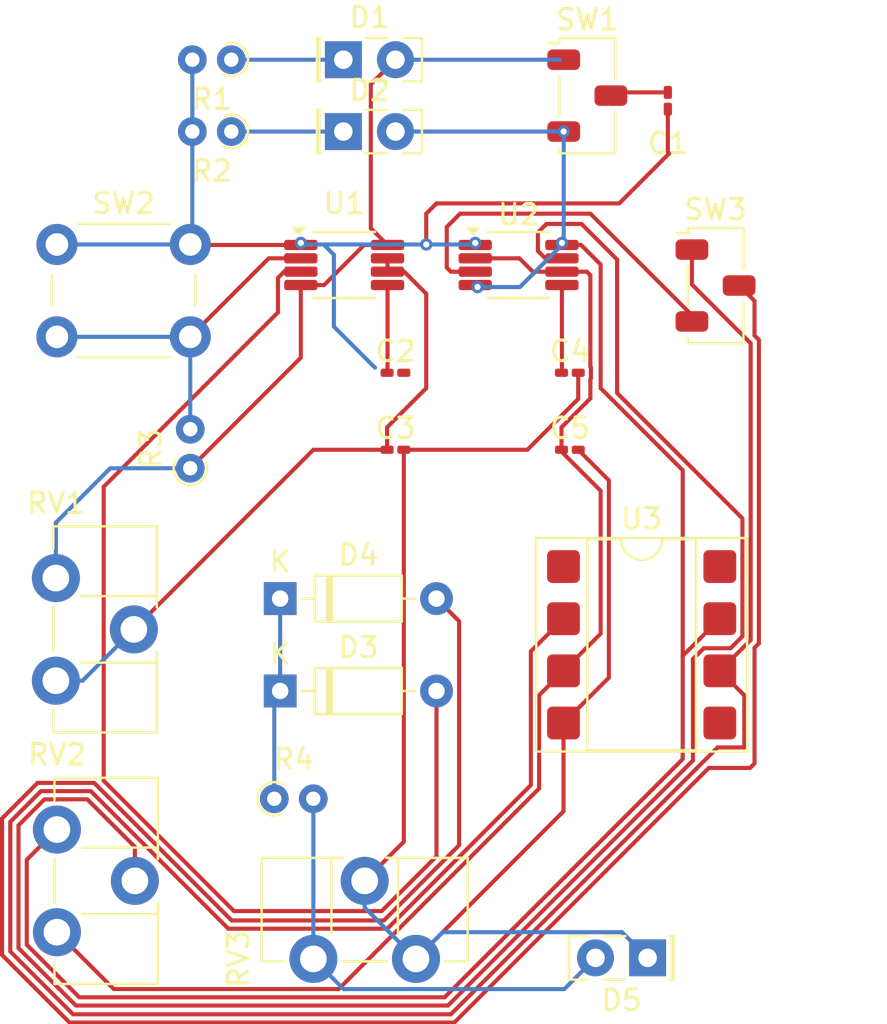
<source format=kicad_pcb>
(kicad_pcb (version 20241229) (generator "pcbnew") (generator_version "9.0")
  (layers (0 "F.Cu" signal) (2 "B.Cu" signal) (13 "F.Paste" user) (15 "B.Paste" user) (5 "F.SilkS" user "F.Silkscreen") (7 "B.SilkS" user "B.Silkscreen") (1 "F.Mask" user) (3 "B.Mask" user) (25 "Edge.Cuts" user))
  (net 0 "")
  (net 1 "+5V")
  (net 2 "GND")
  (net 3 "Net-(U1-CV)")
  (net 4 "Net-(U1-DIS)")
  (net 5 "Net-(U2-CV)")
  (net 6 "/TRIG_Ast")
  (net 7 "/PWR_Mono")
  (net 8 "Net-(D1-K)")
  (net 9 "/PWR_Ast")
  (net 10 "Net-(D2-K)")
  (net 11 "Net-(D3-K)")
  (net 12 "/OUT_Mono")
  (net 13 "/OUT_Ast")
  (net 14 "/Output")
  (net 15 "Net-(U1-TR)")
  (net 16 "Net-(U2-DIS)")
  (net 17 "/Q_Ast")
  (net 18 "Net-(SW3-C)")
  (footprint "Button_Switch_SMD:Nidec_Copal_CAS-120A" (layer "F.Cu") (at 143.074025 86.25)
    (property "Reference" "SW1" (at 0 -3.7 0) (layer "F.SilkS"))
    (property "Value" "SW_Nidec_CAS-120A1")
    (fp_line (start -1.36 -2.81) (end 1.36 -2.81) (stroke (width 0.12)) (layer "F.SilkS"))
    (fp_line (start -1.36 -2.55) (end -1.9 -2.55) (stroke (width 0.12)) (layer "F.SilkS"))
    (fp_line (start -1.36 -2.55) (end -1.36 -2.8) (stroke (width 0.12)) (layer "F.SilkS"))
    (fp_line (start -1.36 -0.98) (end -1.36 0.98) (stroke (width 0.12)) (layer "F.SilkS"))
    (fp_line (start -1.36 2.81) (end -1.36 2.55) (stroke (width 0.12)) (layer "F.SilkS"))
    (fp_line (start 1.35 2.81) (end -1.35 2.81) (stroke (width 0.12)) (layer "F.SilkS"))
    (fp_line (start 1.36 -2.81) (end 1.36 -0.8) (stroke (width 0.12)) (layer "F.SilkS"))
    (fp_line (start 1.36 0.8) (end 1.36 2.81) (stroke (width 0.12)) (layer "F.SilkS"))
    (pad "1" smd roundrect (at -1.15 -1.75 270) (size 1 1.6) (layers "F.Cu" "F.Mask" "F.Paste") (net 7 "/PWR_Mono"))
    (pad "2" smd roundrect (at 1.15 0 270) (size 1 1.6) (layers "F.Cu" "F.Mask" "F.Paste") (net 1 "+5V"))
    (pad "3" smd roundrect (at -1.15 1.75 270) (size 1 1.6) (layers "F.Cu" "F.Mask" "F.Paste") (net 9 "/PWR_Ast"))
  )
  (footprint "Potentiometer_THT:Potentiometer_ACP_CA9-H3,8_Horizontal" (layer "F.Cu") (at 117.224025 122)
    (property "Reference" "RV2" (at 0 -3.65 0) (layer "F.SilkS"))
    (property "Value" "10k")
    (fp_line (start -0.121 -2.521) (end -0.121 -1.426) (stroke (width 0.12)) (layer "F.SilkS"))
    (fp_line (start -0.121 -2.521) (end 4.92 -2.521) (stroke (width 0.12)) (layer "F.SilkS"))
    (fp_line (start -0.121 1.426) (end -0.121 3.575) (stroke (width 0.12)) (layer "F.SilkS"))
    (fp_line (start -0.121 1.426) (end -0.121 3.575) (stroke (width 0.12)) (layer "F.SilkS"))
    (fp_line (start -0.121 6.425) (end -0.121 7.52) (stroke (width 0.12)) (layer "F.SilkS"))
    (fp_line (start -0.121 7.52) (end 4.92 7.52) (stroke (width 0.12)) (layer "F.SilkS"))
    (fp_line (start 1.237 0.88) (end 4.92 0.88) (stroke (width 0.12)) (layer "F.SilkS"))
    (fp_line (start 1.237 4.12) (end 4.92 4.12) (stroke (width 0.12)) (layer "F.SilkS"))
    (fp_line (start 4.92 -2.521) (end 4.92 1.428) (stroke (width 0.12)) (layer "F.SilkS"))
    (fp_line (start 4.92 0.88) (end 4.92 1.428) (stroke (width 0.12)) (layer "F.SilkS"))
    (fp_line (start 4.92 3.573) (end 4.92 4.12) (stroke (width 0.12)) (layer "F.SilkS"))
    (fp_line (start 4.92 3.573) (end 4.92 7.52) (stroke (width 0.12)) (layer "F.SilkS"))
    (pad "1" thru_hole circle (at 0 0) (size 2.34 2.34) (drill 1.3) (layers "*.Cu" "*.Mask") (net 9 "/PWR_Ast"))
    (pad "2" thru_hole circle (at 3.8 2.5) (size 2.34 2.34) (drill 1.3) (layers "*.Cu" "*.Mask") (net 16 "Net-(U2-DIS)"))
    (pad "3" thru_hole circle (at 0 5) (size 2.34 2.34) (drill 1.3) (layers "*.Cu" "*.Mask") (net 6 "/TRIG_Ast"))
  )
  (footprint "Package_DIP:DIP-8_W7.62mm_SMDSocket_SmallPads" (layer "F.Cu") (at 145.724025 113)
    (property "Reference" "U3" (at 0 -6.14 0) (layer "F.SilkS"))
    (property "Value" "LF356")
    (fp_line (start -2.65 -5.14) (end -2.65 5.14) (stroke (width 0.12)) (layer "F.SilkS"))
    (fp_line (start -2.65 5.14) (end 2.65 5.14) (stroke (width 0.12)) (layer "F.SilkS"))
    (fp_line (start -1 -5.14) (end -2.65 -5.14) (stroke (width 0.12)) (layer "F.SilkS"))
    (fp_line (start 2.65 -5.14) (end 1 -5.14) (stroke (width 0.12)) (layer "F.SilkS"))
    (fp_line (start 2.65 5.14) (end 2.65 -5.14) (stroke (width 0.12)) (layer "F.SilkS"))
    (fp_rect (start -5.14 -5.2) (end 5.14 5.2) (stroke (width 0.12)) (fill no) (layer "F.SilkS"))
    (fp_arc (start 1 -5.14) (mid 0 -4.14) (end -1 -5.14) (stroke (width 0.12)) (layer "F.SilkS"))
    (pad "1" smd roundrect (at -3.81 -3.81) (size 1.6 1.6) (layers "F.Cu" "F.Mask" "F.Paste") (roundrect_rratio 0.15625))
    (pad "2" smd roundrect (at -3.81 -1.27) (size 1.6 1.6) (layers "F.Cu" "F.Mask" "F.Paste") (roundrect_rratio 0.15625) (net 18 "Net-(SW3-C)"))
    (pad "3" smd roundrect (at -3.81 1.27) (size 1.6 1.6) (layers "F.Cu" "F.Mask" "F.Paste") (roundrect_rratio 0.15625) (net 6 "/TRIG_Ast"))
    (pad "4" smd roundrect (at -3.81 3.81) (size 1.6 1.6) (layers "F.Cu" "F.Mask" "F.Paste") (roundrect_rratio 0.15625) (net 2 "GND"))
    (pad "5" smd roundrect (at 3.81 3.81) (size 1.6 1.6) (layers "F.Cu" "F.Mask" "F.Paste") (roundrect_rratio 0.15625))
    (pad "6" smd roundrect (at 3.81 1.27) (size 1.6 1.6) (layers "F.Cu" "F.Mask" "F.Paste") (roundrect_rratio 0.15625) (net 18 "Net-(SW3-C)"))
    (pad "7" smd roundrect (at 3.81 -1.27) (size 1.6 1.6) (layers "F.Cu" "F.Mask" "F.Paste") (roundrect_rratio 0.15625) (net 9 "/PWR_Ast"))
    (pad "8" smd roundrect (at 3.81 -3.81) (size 1.6 1.6) (layers "F.Cu" "F.Mask" "F.Paste") (roundrect_rratio 0.15625))
  )
  (footprint "Diode_THT:D_DO-35_SOD27_P7.62mm_Horizontal" (layer "F.Cu") (at 128.104025 115.25)
    (property "Reference" "D3" (at 3.81 -2.12 0) (layer "F.SilkS"))
    (property "Value" "1N4148")
    (fp_line (start 1.04 0) (end 1.69 0) (stroke (width 0.12)) (layer "F.SilkS"))
    (fp_line (start 1.69 -1.12) (end 1.69 1.12) (stroke (width 0.12)) (layer "F.SilkS"))
    (fp_line (start 1.69 1.12) (end 5.93 1.12) (stroke (width 0.12)) (layer "F.SilkS"))
    (fp_line (start 2.29 -1.12) (end 2.29 1.12) (stroke (width 0.12)) (layer "F.SilkS"))
    (fp_line (start 2.41 -1.12) (end 2.41 1.12) (stroke (width 0.12)) (layer "F.SilkS"))
    (fp_line (start 2.53 -1.12) (end 2.53 1.12) (stroke (width 0.12)) (layer "F.SilkS"))
    (fp_line (start 5.93 -1.12) (end 1.69 -1.12) (stroke (width 0.12)) (layer "F.SilkS"))
    (fp_line (start 5.93 1.12) (end 5.93 -1.12) (stroke (width 0.12)) (layer "F.SilkS"))
    (fp_line (start 6.58 0) (end 5.93 0) (stroke (width 0.12)) (layer "F.SilkS"))
    (fp_text user "K" (at 0 -1.8 0) (layer "F.SilkS"))
    (pad "1" thru_hole rect (at 0 0) (size 1.6 1.6) (drill 0.8) (layers "*.Cu" "*.Mask") (net 11 "Net-(D3-K)"))
    (pad "2" thru_hole oval (at 7.62 0) (size 1.6 1.6) (drill 0.8) (layers "*.Cu" "*.Mask") (net 12 "/OUT_Mono"))
  )
  (footprint "Button_Switch_SMD:Nidec_Copal_CAS-120A" (layer "F.Cu") (at 149.324025 95.5)
    (property "Reference" "SW3" (at 0 -3.7 0) (layer "F.SilkS"))
    (property "Value" "SW_Nidec_CAS-120A1")
    (fp_line (start -1.36 -2.81) (end 1.36 -2.81) (stroke (width 0.12)) (layer "F.SilkS"))
    (fp_line (start -1.36 -2.55) (end -1.9 -2.55) (stroke (width 0.12)) (layer "F.SilkS"))
    (fp_line (start -1.36 -2.55) (end -1.36 -2.8) (stroke (width 0.12)) (layer "F.SilkS"))
    (fp_line (start -1.36 -0.98) (end -1.36 0.98) (stroke (width 0.12)) (layer "F.SilkS"))
    (fp_line (start -1.36 2.81) (end -1.36 2.55) (stroke (width 0.12)) (layer "F.SilkS"))
    (fp_line (start 1.35 2.81) (end -1.35 2.81) (stroke (width 0.12)) (layer "F.SilkS"))
    (fp_line (start 1.36 -2.81) (end 1.36 -0.8) (stroke (width 0.12)) (layer "F.SilkS"))
    (fp_line (start 1.36 0.8) (end 1.36 2.81) (stroke (width 0.12)) (layer "F.SilkS"))
    (pad "1" smd roundrect (at -1.15 -1.75 270) (size 1 1.6) (layers "F.Cu" "F.Mask" "F.Paste") (net 18 "Net-(SW3-C)"))
    (pad "2" smd roundrect (at 1.15 0 270) (size 1 1.6) (layers "F.Cu" "F.Mask" "F.Paste") (net 13 "/OUT_Ast"))
    (pad "3" smd roundrect (at -1.15 1.75 270) (size 1 1.6) (layers "F.Cu" "F.Mask" "F.Paste") (net 17 "/Q_Ast"))
  )
  (footprint "Diode_THT:D_DO-35_SOD27_P7.62mm_Horizontal" (layer "F.Cu") (at 128.104025 110.75)
    (property "Reference" "D4" (at 3.81 -2.12 0) (layer "F.SilkS"))
    (property "Value" "1N4148")
    (fp_line (start 1.04 0) (end 1.69 0) (stroke (width 0.12)) (layer "F.SilkS"))
    (fp_line (start 1.69 -1.12) (end 1.69 1.12) (stroke (width 0.12)) (layer "F.SilkS"))
    (fp_line (start 1.69 1.12) (end 5.93 1.12) (stroke (width 0.12)) (layer "F.SilkS"))
    (fp_line (start 2.29 -1.12) (end 2.29 1.12) (stroke (width 0.12)) (layer "F.SilkS"))
    (fp_line (start 2.41 -1.12) (end 2.41 1.12) (stroke (width 0.12)) (layer "F.SilkS"))
    (fp_line (start 2.53 -1.12) (end 2.53 1.12) (stroke (width 0.12)) (layer "F.SilkS"))
    (fp_line (start 5.93 -1.12) (end 1.69 -1.12) (stroke (width 0.12)) (layer "F.SilkS"))
    (fp_line (start 5.93 1.12) (end 5.93 -1.12) (stroke (width 0.12)) (layer "F.SilkS"))
    (fp_line (start 6.58 0) (end 5.93 0) (stroke (width 0.12)) (layer "F.SilkS"))
    (fp_text user "K" (at 0 -1.8 0) (layer "F.SilkS"))
    (pad "1" thru_hole rect (at 0 0) (size 1.6 1.6) (drill 0.8) (layers "*.Cu" "*.Mask") (net 11 "Net-(D3-K)"))
    (pad "2" thru_hole oval (at 7.62 0) (size 1.6 1.6) (drill 0.8) (layers "*.Cu" "*.Mask") (net 13 "/OUT_Ast"))
  )
  (footprint "Package_SO:VSSOP-8_3x3mm_P0.65mm" (layer "F.Cu") (at 139.724025 94.5)
    (property "Reference" "U2" (at 0 -2.45 0) (layer "F.SilkS"))
    (property "Value" "LMC555xMM")
    (fp_line (start 0 -1.61) (end -1.5 -1.61) (stroke (width 0.12)) (layer "F.SilkS"))
    (fp_line (start 0 -1.61) (end 1.5 -1.61) (stroke (width 0.12)) (layer "F.SilkS"))
    (fp_line (start 0 1.61) (end -1.5 1.61) (stroke (width 0.12)) (layer "F.SilkS"))
    (fp_line (start 0 1.61) (end 1.5 1.61) (stroke (width 0.12)) (layer "F.SilkS"))
    (fp_poly (pts (xy -2.2125 -1.485) (xy -2.4525 -1.815) (xy -1.9725 -1.815) (xy -2.2125 -1.485)) (stroke (width 0.12)) (fill yes) (layer "F.SilkS"))
    (pad "1" smd roundrect (at -2.1125 -0.975) (size 1.625 0.5) (layers "F.Cu" "F.Mask" "F.Paste") (net 2 "GND"))
    (pad "2" smd roundrect (at -2.1125 -0.325) (size 1.625 0.5) (layers "F.Cu" "F.Mask" "F.Paste") (net 6 "/TRIG_Ast"))
    (pad "3" smd roundrect (at -2.1125 0.325) (size 1.625 0.5) (layers "F.Cu" "F.Mask" "F.Paste") (net 17 "/Q_Ast"))
    (pad "4" smd roundrect (at -2.1125 0.975) (size 1.625 0.5) (layers "F.Cu" "F.Mask" "F.Paste") (net 9 "/PWR_Ast"))
    (pad "5" smd roundrect (at 2.1125 0.975) (size 1.625 0.5) (layers "F.Cu" "F.Mask" "F.Paste") (net 5 "Net-(U2-CV)"))
    (pad "6" smd roundrect (at 2.1125 0.325) (size 1.625 0.5) (layers "F.Cu" "F.Mask" "F.Paste") (net 6 "/TRIG_Ast"))
    (pad "7" smd roundrect (at 2.1125 -0.325) (size 1.625 0.5) (layers "F.Cu" "F.Mask" "F.Paste") (net 16 "Net-(U2-DIS)"))
    (pad "8" smd roundrect (at 2.1125 -0.975) (size 1.625 0.5) (layers "F.Cu" "F.Mask" "F.Paste") (net 9 "/PWR_Ast"))
  )
  (footprint "Resistor_THT:R_Axial_DIN0204_L3.6mm_D1.6mm_P1.90mm_Vertical" (layer "F.Cu") (at 125.724025 88 180)
    (property "Reference" "R2" (at 0.95 -1.92 0) (layer "F.SilkS"))
    (property "Value" "470")
    (fp_arc (start 0.320095 0.749359) (mid -0.813042 -0.054435) (end 0.417133 -0.7) (stroke (width 0.12)) (layer "F.SilkS"))
    (pad "1" thru_hole circle (at 0 0 180) (size 1.4 1.4) (drill 0.7) (layers "*.Cu" "*.Mask") (net 10 "Net-(D2-K)"))
    (pad "2" thru_hole oval (at 1.9 0 180) (size 1.4 1.4) (drill 0.7) (layers "*.Cu" "*.Mask") (net 2 "GND"))
  )
  (footprint "LED_THT:LED_Rectangular_W5.0mm_H2.0mm" (layer "F.Cu") (at 146.014025 128.25 180)
    (property "Reference" "D5" (at 1.27 -2.06 0) (layer "F.SilkS"))
    (property "Value" "YELLOW")
    (fp_line (start 3.83 -1.06) (end 3.83 1.06) (stroke (width 0.12)) (layer "F.SilkS"))
    (fp_line (start 2.931 1.06) (end 3.83 1.06) (stroke (width 0.12)) (layer "F.SilkS"))
    (fp_line (start 2.931 -1.06) (end 3.83 -1.06) (stroke (width 0.12)) (layer "F.SilkS"))
    (fp_line (start 1.08 1.06) (end 2.15 1.06) (stroke (width 0.12)) (layer "F.SilkS"))
    (fp_line (start 1.08 -1.06) (end 2.15 -1.06) (stroke (width 0.12)) (layer "F.SilkS"))
    (fp_line (start -1.17 -1.06) (end -1.17 1.06) (stroke (width 0.12)) (layer "F.SilkS"))
    (fp_line (start -1.29 1.06) (end -1.08 1.06) (stroke (width 0.12)) (layer "F.SilkS"))
    (fp_line (start -1.29 -1.06) (end -1.08 -1.06) (stroke (width 0.12)) (layer "F.SilkS"))
    (fp_line (start -1.29 -1.06) (end -1.29 1.06) (stroke (width 0.12)) (layer "F.SilkS"))
    (pad "1" thru_hole rect (at 0 0 180) (size 1.8 1.8) (drill 0.9) (layers "*.Cu" "*.Mask") (net 2 "GND"))
    (pad "2" thru_hole circle (at 2.54 0 180) (size 1.8 1.8) (drill 0.9) (layers "*.Cu" "*.Mask") (net 14 "/Output"))
  )
  (footprint "Capacitor_SMD:C_0201_0603Metric_Pad0.64x0.40mm_HandSolder" (layer "F.Cu") (at 142.224025 103.5)
    (property "Reference" "C5" (at 0 -1.05 0) (layer "F.SilkS"))
    (property "Value" "100uF")
    (pad "1" smd roundrect (at -0.4075 0) (size 0.635 0.4) (layers "F.Cu" "F.Mask") (net 6 "/TRIG_Ast"))
    (pad "2" smd roundrect (at 0.4075 0) (size 0.635 0.4) (layers "F.Cu" "F.Mask") (net 2 "GND"))
  )
  (footprint "LED_THT:LED_Rectangular_W5.0mm_H2.0mm" (layer "F.Cu") (at 131.184025 84.5)
    (property "Reference" "D1" (at 1.27 -2.06 0) (layer "F.SilkS"))
    (property "Value" "GREEN")
    (fp_line (start -1.29 -1.06) (end -1.29 1.06) (stroke (width 0.12)) (layer "F.SilkS"))
    (fp_line (start -1.29 -1.06) (end -1.08 -1.06) (stroke (width 0.12)) (layer "F.SilkS"))
    (fp_line (start -1.29 1.06) (end -1.08 1.06) (stroke (width 0.12)) (layer "F.SilkS"))
    (fp_line (start -1.17 -1.06) (end -1.17 1.06) (stroke (width 0.12)) (layer "F.SilkS"))
    (fp_line (start 1.08 -1.06) (end 2.15 -1.06) (stroke (width 0.12)) (layer "F.SilkS"))
    (fp_line (start 1.08 1.06) (end 2.15 1.06) (stroke (width 0.12)) (layer "F.SilkS"))
    (fp_line (start 2.931 -1.06) (end 3.83 -1.06) (stroke (width 0.12)) (layer "F.SilkS"))
    (fp_line (start 2.931 1.06) (end 3.83 1.06) (stroke (width 0.12)) (layer "F.SilkS"))
    (fp_line (start 3.83 -1.06) (end 3.83 1.06) (stroke (width 0.12)) (layer "F.SilkS"))
    (pad "1" thru_hole rect (at 0 0) (size 1.8 1.8) (drill 0.9) (layers "*.Cu" "*.Mask") (net 8 "Net-(D1-K)"))
    (pad "2" thru_hole circle (at 2.54 0) (size 1.8 1.8) (drill 0.9) (layers "*.Cu" "*.Mask") (net 7 "/PWR_Mono"))
  )
  (footprint "Resistor_THT:R_Axial_DIN0204_L3.6mm_D1.6mm_P1.90mm_Vertical" (layer "F.Cu") (at 127.819025 120.5)
    (property "Reference" "R4" (at 0.95 -1.92 0) (layer "F.SilkS"))
    (property "Value" "100")
    (fp_arc (start 0.320095 0.749359) (mid -0.813042 -0.054435) (end 0.417133 -0.7) (stroke (width 0.12)) (layer "F.SilkS"))
    (pad "1" thru_hole circle (at 0 0) (size 1.4 1.4) (drill 0.7) (layers "*.Cu" "*.Mask") (net 11 "Net-(D3-K)"))
    (pad "2" thru_hole oval (at 1.9 0) (size 1.4 1.4) (drill 0.7) (layers "*.Cu" "*.Mask") (net 14 "/Output"))
  )
  (footprint "Resistor_THT:R_Axial_DIN0204_L3.6mm_D1.6mm_P1.90mm_Vertical" (layer "F.Cu") (at 123.724025 104.4 90)
    (property "Reference" "R3" (at 0.95 -1.92 90) (layer "F.SilkS"))
    (property "Value" "10k")
    (fp_arc (start 0.320095 0.749359) (mid -0.813042 -0.054435) (end 0.417133 -0.7) (stroke (width 0.12)) (layer "F.SilkS"))
    (pad "1" thru_hole circle (at 0 0 90) (size 1.4 1.4) (drill 0.7) (layers "*.Cu" "*.Mask") (net 7 "/PWR_Mono"))
    (pad "2" thru_hole oval (at 1.9 0 90) (size 1.4 1.4) (drill 0.7) (layers "*.Cu" "*.Mask") (net 15 "Net-(U1-TR)"))
  )
  (footprint "Resistor_THT:R_Axial_DIN0204_L3.6mm_D1.6mm_P1.90mm_Vertical" (layer "F.Cu") (at 125.724025 84.5 180)
    (property "Reference" "R1" (at 0.95 -1.92 0) (layer "F.SilkS"))
    (property "Value" "470")
    (fp_arc (start 0.320095 0.749359) (mid -0.813042 -0.054435) (end 0.417133 -0.7) (stroke (width 0.12)) (layer "F.SilkS"))
    (pad "1" thru_hole circle (at 0 0 180) (size 1.4 1.4) (drill 0.7) (layers "*.Cu" "*.Mask") (net 8 "Net-(D1-K)"))
    (pad "2" thru_hole oval (at 1.9 0 180) (size 1.4 1.4) (drill 0.7) (layers "*.Cu" "*.Mask") (net 2 "GND"))
  )
  (footprint "Potentiometer_THT:Potentiometer_ACP_CA9-H3,8_Horizontal" (layer "F.Cu") (at 117.174025 109.75)
    (property "Reference" "RV1" (at 0 -3.65 0) (layer "F.SilkS"))
    (property "Value" "10k")
    (fp_line (start -0.121 -2.521) (end -0.121 -1.426) (stroke (width 0.12)) (layer "F.SilkS"))
    (fp_line (start -0.121 -2.521) (end 4.92 -2.521) (stroke (width 0.12)) (layer "F.SilkS"))
    (fp_line (start -0.121 1.426) (end -0.121 3.575) (stroke (width 0.12)) (layer "F.SilkS"))
    (fp_line (start -0.121 1.426) (end -0.121 3.575) (stroke (width 0.12)) (layer "F.SilkS"))
    (fp_line (start -0.121 6.425) (end -0.121 7.52) (stroke (width 0.12)) (layer "F.SilkS"))
    (fp_line (start -0.121 7.52) (end 4.92 7.52) (stroke (width 0.12)) (layer "F.SilkS"))
    (fp_line (start 1.237 0.88) (end 4.92 0.88) (stroke (width 0.12)) (layer "F.SilkS"))
    (fp_line (start 1.237 4.12) (end 4.92 4.12) (stroke (width 0.12)) (layer "F.SilkS"))
    (fp_line (start 4.92 -2.521) (end 4.92 1.428) (stroke (width 0.12)) (layer "F.SilkS"))
    (fp_line (start 4.92 0.88) (end 4.92 1.428) (stroke (width 0.12)) (layer "F.SilkS"))
    (fp_line (start 4.92 3.573) (end 4.92 4.12) (stroke (width 0.12)) (layer "F.SilkS"))
    (fp_line (start 4.92 3.573) (end 4.92 7.52) (stroke (width 0.12)) (layer "F.SilkS"))
    (pad "1" thru_hole circle (at 0 0) (size 2.34 2.34) (drill 1.3) (layers "*.Cu" "*.Mask") (net 7 "/PWR_Mono"))
    (pad "2" thru_hole circle (at 3.8 2.5) (size 2.34 2.34) (drill 1.3) (layers "*.Cu" "*.Mask") (net 4 "Net-(U1-DIS)"))
    (pad "3" thru_hole circle (at 0 5) (size 2.34 2.34) (drill 1.3) (layers "*.Cu" "*.Mask") (net 4 "Net-(U1-DIS)"))
  )
  (footprint "Button_Switch_THT:SW_PUSH_6mm_H5mm" (layer "F.Cu") (at 117.224025 93.5)
    (property "Reference" "SW2" (at 3.25 -2 0) (layer "F.SilkS"))
    (property "Value" "SW_Push")
    (fp_line (start -0.25 1.5) (end -0.25 3) (stroke (width 0.12)) (layer "F.SilkS"))
    (fp_line (start 1 5.5) (end 5.5 5.5) (stroke (width 0.12)) (layer "F.SilkS"))
    (fp_line (start 5.5 -1) (end 1 -1) (stroke (width 0.12)) (layer "F.SilkS"))
    (fp_line (start 6.75 3) (end 6.75 1.5) (stroke (width 0.12)) (layer "F.SilkS"))
    (pad "1" thru_hole circle (at 0 0 90) (size 2 2) (drill 1.1) (layers "*.Cu" "*.Mask") (net 2 "GND"))
    (pad "1" thru_hole circle (at 6.5 0 90) (size 2 2) (drill 1.1) (layers "*.Cu" "*.Mask") (net 2 "GND"))
    (pad "2" thru_hole circle (at 0 4.5 90) (size 2 2) (drill 1.1) (layers "*.Cu" "*.Mask") (net 15 "Net-(U1-TR)"))
    (pad "2" thru_hole circle (at 6.5 4.5 90) (size 2 2) (drill 1.1) (layers "*.Cu" "*.Mask") (net 15 "Net-(U1-TR)"))
  )
  (footprint "Potentiometer_THT:Potentiometer_ACP_CA9-H3,8_Horizontal" (layer "F.Cu") (at 129.724025 128.3 90)
    (property "Reference" "RV3" (at 0 -3.65 90) (layer "F.SilkS"))
    (property "Value" "10k")
    (fp_line (start 4.92 -2.521) (end 4.92 1.428) (stroke (width 0.12)) (layer "F.SilkS"))
    (fp_line (start -0.121 -2.521) (end 4.92 -2.521) (stroke (width 0.12)) (layer "F.SilkS"))
    (fp_line (start -0.121 -2.521) (end -0.121 -1.426) (stroke (width 0.12)) (layer "F.SilkS"))
    (fp_line (start 4.92 0.88) (end 4.92 1.428) (stroke (width 0.12)) (layer "F.SilkS"))
    (fp_line (start 1.237 0.88) (end 4.92 0.88) (stroke (width 0.12)) (layer "F.SilkS"))
    (fp_line (start -0.121 1.426) (end -0.121 3.575) (stroke (width 0.12)) (layer "F.SilkS"))
    (fp_line (start -0.121 1.426) (end -0.121 3.575) (stroke (width 0.12)) (layer "F.SilkS"))
    (fp_line (start 4.92 3.573) (end 4.92 4.12) (stroke (width 0.12)) (layer "F.SilkS"))
    (fp_line (start 4.92 3.573) (end 4.92 7.52) (stroke (width 0.12)) (layer "F.SilkS"))
    (fp_line (start 1.237 4.12) (end 4.92 4.12) (stroke (width 0.12)) (layer "F.SilkS"))
    (fp_line (start -0.121 6.425) (end -0.121 7.52) (stroke (width 0.12)) (layer "F.SilkS"))
    (fp_line (start -0.121 7.52) (end 4.92 7.52) (stroke (width 0.12)) (layer "F.SilkS"))
    (pad "1" thru_hole circle (at 0 0 90) (size 2.34 2.34) (drill 1.3) (layers "*.Cu" "*.Mask") (net 14 "/Output"))
    (pad "2" thru_hole circle (at 3.8 2.5 90) (size 2.34 2.34) (drill 1.3) (layers "*.Cu" "*.Mask") (net 2 "GND"))
    (pad "3" thru_hole circle (at 0 5 90) (size 2.34 2.34) (drill 1.3) (layers "*.Cu" "*.Mask") (net 2 "GND"))
  )
  (footprint "Capacitor_SMD:C_0201_0603Metric_Pad0.64x0.40mm_HandSolder" (layer "F.Cu") (at 142.224025 99.75)
    (property "Reference" "C4" (at 0 -1.05 0) (layer "F.SilkS"))
    (property "Value" "0.1uF")
    (pad "1" smd roundrect (at -0.4075 0) (size 0.635 0.4) (layers "F.Cu" "F.Mask") (net 5 "Net-(U2-CV)"))
    (pad "2" smd roundrect (at 0.4075 0) (size 0.635 0.4) (layers "F.Cu" "F.Mask") (net 2 "GND"))
  )
  (footprint "Package_SO:VSSOP-8_3x3mm_P0.65mm" (layer "F.Cu") (at 131.224025 94.5)
    (property "Reference" "U1" (at 0 -3 0) (layer "F.SilkS"))
    (property "Value" "LMC555xMM")
    (fp_line (start 0 -1.61) (end -1.5 -1.61) (stroke (width 0.12)) (layer "F.SilkS"))
    (fp_line (start 0 -1.61) (end 1.5 -1.61) (stroke (width 0.12)) (layer "F.SilkS"))
    (fp_line (start 0 1.61) (end -1.5 1.61) (stroke (width 0.12)) (layer "F.SilkS"))
    (fp_line (start 0 1.61) (end 1.5 1.61) (stroke (width 0.12)) (layer "F.SilkS"))
    (fp_poly (pts (xy -2.2125 -1.485) (xy -2.4525 -1.815) (xy -1.9725 -1.815) (xy -2.2125 -1.485)) (stroke (width 0.12)) (fill yes) (layer "F.SilkS"))
    (pad "1" smd roundrect (at -2.1125 -0.975) (size 1.625 0.5) (layers "F.Cu" "F.Mask" "F.Paste") (net 2 "GND"))
    (pad "2" smd roundrect (at -2.1125 -0.325) (size 1.625 0.5) (layers "F.Cu" "F.Mask" "F.Paste") (net 15 "Net-(U1-TR)"))
    (pad "3" smd roundrect (at -2.1125 0.325) (size 1.625 0.5) (layers "F.Cu" "F.Mask" "F.Paste") (net 12 "/OUT_Mono"))
    (pad "4" smd roundrect (at -2.1125 0.975) (size 1.625 0.5) (layers "F.Cu" "F.Mask" "F.Paste") (net 7 "/PWR_Mono"))
    (pad "5" smd roundrect (at 2.1125 0.975) (size 1.625 0.5) (layers "F.Cu" "F.Mask" "F.Paste") (net 3 "Net-(U1-CV)"))
    (pad "6" smd roundrect (at 2.1125 0.325) (size 1.625 0.5) (layers "F.Cu" "F.Mask" "F.Paste") (net 4 "Net-(U1-DIS)"))
    (pad "7" smd roundrect (at 2.1125 -0.325) (size 1.625 0.5) (layers "F.Cu" "F.Mask" "F.Paste") (net 4 "Net-(U1-DIS)"))
    (pad "8" smd roundrect (at 2.1125 -0.975) (size 1.625 0.5) (layers "F.Cu" "F.Mask" "F.Paste") (net 7 "/PWR_Mono"))
  )
  (footprint "Capacitor_SMD:C_0201_0603Metric_Pad0.64x0.40mm_HandSolder" (layer "F.Cu") (at 133.724025 103.5)
    (property "Reference" "C3" (at 0 -1.05 0) (layer "F.SilkS"))
    (property "Value" "100uF")
    (pad "1" smd roundrect (at -0.4075 0) (size 0.635 0.4) (layers "F.Cu" "F.Mask") (net 4 "Net-(U1-DIS)"))
    (pad "2" smd roundrect (at 0.4075 0) (size 0.635 0.4) (layers "F.Cu" "F.Mask") (net 2 "GND"))
  )
  (footprint "Capacitor_SMD:C_0201_0603Metric_Pad0.64x0.40mm_HandSolder" (layer "F.Cu") (at 147 86.5 -90)
    (property "Reference" "C1" (at 2.0675 0 180) (layer "F.SilkS"))
    (property "Value" "0.1uF")
    (pad "1" smd roundrect (at -0.4075 0 270) (size 0.635 0.4) (layers "F.Cu" "F.Mask") (net 1 "+5V"))
    (pad "2" smd roundrect (at 0.4075 0 270) (size 0.635 0.4) (layers "F.Cu" "F.Mask") (net 2 "GND"))
  )
  (footprint "Capacitor_SMD:C_0201_0603Metric_Pad0.64x0.40mm_HandSolder" (layer "F.Cu") (at 133.724025 99.75)
    (property "Reference" "C2" (at 0 -1.05 0) (layer "F.SilkS"))
    (property "Value" "0.1uF")
    (pad "1" smd roundrect (at -0.4075 0) (size 0.635 0.4) (layers "F.Cu" "F.Mask") (net 3 "Net-(U1-CV)"))
    (pad "2" smd roundrect (at 0.4075 0) (size 0.635 0.4) (layers "F.Cu" "F.Mask") (net 2 "GND"))
  )
  (footprint "LED_THT:LED_Rectangular_W5.0mm_H2.0mm" (layer "F.Cu") (at 131.184025 88)
    (property "Reference" "D2" (at 1.27 -2 0) (layer "F.SilkS"))
    (property "Value" "RED")
    (fp_line (start -1.29 -1.06) (end -1.29 1.06) (stroke (width 0.12)) (layer "F.SilkS"))
    (fp_line (start -1.29 -1.06) (end -1.08 -1.06) (stroke (width 0.12)) (layer "F.SilkS"))
    (fp_line (start -1.29 1.06) (end -1.08 1.06) (stroke (width 0.12)) (layer "F.SilkS"))
    (fp_line (start -1.17 -1.06) (end -1.17 1.06) (stroke (width 0.12)) (layer "F.SilkS"))
    (fp_line (start 1.08 -1.06) (end 2.15 -1.06) (stroke (width 0.12)) (layer "F.SilkS"))
    (fp_line (start 1.08 1.06) (end 2.15 1.06) (stroke (width 0.12)) (layer "F.SilkS"))
    (fp_line (start 2.931 -1.06) (end 3.83 -1.06) (stroke (width 0.12)) (layer "F.SilkS"))
    (fp_line (start 2.931 1.06) (end 3.83 1.06) (stroke (width 0.12)) (layer "F.SilkS"))
    (fp_line (start 3.83 -1.06) (end 3.83 1.06) (stroke (width 0.12)) (layer "F.SilkS"))
    (pad "1" thru_hole rect (at 0 0) (size 1.8 1.8) (drill 0.9) (layers "*.Cu" "*.Mask") (net 10 "Net-(D2-K)"))
    (pad "2" thru_hole circle (at 2.54 0) (size 1.8 1.8) (drill 0.9) (layers "*.Cu" "*.Mask") (net 9 "/PWR_Ast"))
  )
  (segment (start 147 86.0925) (end 144.381525 86.0925) (width 0.2) (layer "F.Cu") (net 1))
  (segment (start 144.381525 86.0925) (end 144.224025 86.25) (width 0.2) (layer "F.Cu") (net 1))
  (segment (start 129.111525 93.525) (end 123.749025 93.525) (width 0.2) (layer "F.Cu") (net 2))
  (segment (start 147 89) (end 147.065763 89.065763) (width 0.2) (layer "F.Cu") (net 2))
  (segment (start 134.131525 122.5925) (end 134.131525 103.5) (width 0.2) (layer "F.Cu") (net 2))
  (segment (start 141.914025 121.11) (end 134.724025 128.3) (width 0.2) (layer "F.Cu") (net 2))
  (segment (start 144.631525 91.5) (end 135.724025 91.5) (width 0.2) (layer "F.Cu") (net 2))
  (segment (start 132.224025 124.5) (end 134.131525 122.5925) (width 0.2) (layer "F.Cu") (net 2))
  (segment (start 141.914025 116.81) (end 144.125025 114.599) (width 0.2) (layer "F.Cu") (net 2))
  (segment (start 141.914025 116.81) (end 141.914025 121.11) (width 0.2) (layer "F.Cu") (net 2))
  (segment (start 142.631525 101.0254) (end 140.156925 103.5) (width 0.2) (layer "F.Cu") (net 2))
  (segment (start 147.065763 89.065763) (end 144.631525 91.5) (width 0.2) (layer "F.Cu") (net 2))
  (segment (start 147 86.9075) (end 147 89) (width 0.2) (layer "F.Cu") (net 2))
  (segment (start 123.749025 93.525) (end 123.724025 93.5) (width 0.2) (layer "F.Cu") (net 2))
  (segment (start 135.224025 92) (end 135.224025 93.5) (width 0.2) (layer "F.Cu") (net 2))
  (segment (start 144.125025 114.599) (end 144.125025 104.9935) (width 0.2) (layer "F.Cu") (net 2))
  (segment (start 140.156925 103.5) (end 134.131525 103.5) (width 0.2) (layer "F.Cu") (net 2))
  (segment (start 135.724025 91.5) (end 135.224025 92) (width 0.2) (layer "F.Cu") (net 2))
  (segment (start 144.125025 104.9935) (end 142.631525 103.5) (width 0.2) (layer "F.Cu") (net 2))
  (segment (start 142.631525 99.75) (end 142.631525 101.0254) (width 0.2) (layer "F.Cu") (net 2))
  (via (at 135.224025 93.5) (size 0.6) (drill 0.3) (layers "F.Cu" "B.Cu") (net 2))
  (via (at 137.611525 93.425) (size 0.6) (drill 0.3) (layers "F.Cu" "B.Cu") (net 2))
  (via (at 129.111525 93.425) (size 0.6) (drill 0.3) (layers "F.Cu" "B.Cu") (net 2))
  (segment (start 123.824025 88) (end 123.824025 93.4) (width 0.2) (layer "B.Cu") (net 2))
  (segment (start 130.274025 93.5) (end 129.186525 93.5) (width 0.2) (layer "B.Cu") (net 2))
  (segment (start 146.014025 128.25) (end 144.764025 127) (width 0.2) (layer "B.Cu") (net 2))
  (segment (start 136.024025 127) (end 134.724025 128.3) (width 0.2) (layer "B.Cu") (net 2))
  (segment (start 130.724025 97.5) (end 132.724025 99.5) (width 0.2) (layer "B.Cu") (net 2))
  (segment (start 130.724025 94) (end 130.724025 97.5) (width 0.2) (layer "B.Cu") (net 2))
  (segment (start 130.249025 93.525) (end 130.274025 93.5) (width 0.2) (layer "B.Cu") (net 2))
  (segment (start 132.224025 125.8) (end 132.224025 124.5) (width 0.2) (layer "B.Cu") (net 2))
  (segment (start 123.824025 84.5) (end 123.824025 88) (width 0.2) (layer "B.Cu") (net 2))
  (segment (start 144.764025 127) (end 136.024025 127) (width 0.2) (layer "B.Cu") (net 2))
  (segment (start 134.724025 128.3) (end 132.224025 125.8) (width 0.2) (layer "B.Cu") (net 2))
  (segment (start 123.724025 93.5) (end 117.224025 93.5) (width 0.2) (layer "B.Cu") (net 2))
  (segment (start 129.186525 93.5) (end 129.111525 93.425) (width 0.2) (layer "B.Cu") (net 2))
  (segment (start 135.224025 93.5) (end 137.536525 93.5) (width 0.2) (layer "B.Cu") (net 2))
  (segment (start 123.824025 93.4) (end 123.724025 93.5) (width 0.2) (layer "B.Cu") (net 2))
  (segment (start 130.249025 93.525) (end 130.724025 94) (width 0.2) (layer "B.Cu") (net 2))
  (segment (start 137.536525 93.5) (end 137.611525 93.425) (width 0.2) (layer "B.Cu") (net 2))
  (segment (start 130.274025 93.5) (end 135.224025 93.5) (width 0.2) (layer "B.Cu") (net 2))
  (segment (start 133.336525 99.73) (end 133.316525 99.75) (width 0.2) (layer "F.Cu") (net 3))
  (segment (start 133.336525 95.475) (end 133.336525 99.73) (width 0.2) (layer "F.Cu") (net 3))
  (segment (start 133.316525 103.5) (end 129.724025 103.5) (width 0.2) (layer "F.Cu") (net 4))
  (segment (start 135.224025 95.900001) (end 134.149024 94.825) (width 0.2) (layer "F.Cu") (net 4))
  (segment (start 133.316525 102.4075) (end 135.224025 100.5) (width 0.2) (layer "F.Cu") (net 4))
  (segment (start 133.316525 103.5) (end 133.316525 102.4075) (width 0.2) (layer "F.Cu") (net 4))
  (segment (start 134.149024 94.825) (end 133.336525 94.825) (width 0.2) (layer "F.Cu") (net 4))
  (segment (start 133.336525 94.175) (end 133.336525 94.825) (width 0.2) (layer "F.Cu") (net 4))
  (segment (start 129.724025 103.5) (end 120.974025 112.25) (width 0.2) (layer "F.Cu") (net 4))
  (segment (start 135.224025 100.5) (end 135.224025 95.900001) (width 0.2) (layer "F.Cu") (net 4))
  (segment (start 120.974025 112.25) (end 118.474025 114.75) (width 0.2) (layer "B.Cu") (net 4))
  (segment (start 118.474025 114.75) (end 117.174025 114.75) (width 0.2) (layer "B.Cu") (net 4))
  (segment (start 141.836525 95.475) (end 141.836525 99.73) (width 0.2) (layer "F.Cu") (net 5))
  (segment (start 141.836525 99.73) (end 141.816525 99.75) (width 0.2) (layer "F.Cu") (net 5))
  (segment (start 140.724025 115.46) (end 141.914025 114.27) (width 0.2) (layer "F.Cu") (net 6))
  (segment (start 119.995025 129.771) (end 130.953025 129.771) (width 0.2) (layer "F.Cu") (net 6))
  (segment (start 141.816525 103.5925) (end 143.724025 105.5) (width 0.2) (layer "F.Cu") (net 6))
  (segment (start 140.418107 94.825) (end 141.836525 94.825) (width 0.2) (layer "F.Cu") (net 6))
  (segment (start 143.049025 94.825) (end 141.836525 94.825) (width 0.2) (layer "F.Cu") (net 6))
  (segment (start 140.724025 120) (end 140.724025 115.46) (width 0.2) (layer "F.Cu") (net 6))
  (segment (start 130.953025 129.771) (end 140.724025 120) (width 0.2) (layer "F.Cu") (net 6))
  (segment (start 139.768107 94.175) (end 140.418107 94.825) (width 0.2) (layer "F.Cu") (net 6))
  (segment (start 141.816525 103.5) (end 141.816525 102.4075) (width 0.2) (layer "F.Cu") (net 6))
  (segment (start 137.611525 94.175) (end 139.768107 94.175) (width 0.2) (layer "F.Cu") (net 6))
  (segment (start 143.224025 100.04487) (end 143.250025 100.01887) (width 0.2) (layer "F.Cu") (net 6))
  (segment (start 143.224025 101) (end 143.224025 100.04487) (width 0.2) (layer "F.Cu") (net 6))
  (segment (start 143.724025 112.46) (end 141.914025 114.27) (width 0.2) (layer "F.Cu") (net 6))
  (segment (start 143.250025 100.01887) (end 143.250025 99.48113) (width 0.2) (layer "F.Cu") (net 6))
  (segment (start 117.224025 127) (end 119.995025 129.771) (width 0.2) (layer "F.Cu") (net 6))
  (segment (start 141.816525 103.5) (end 141.816525 103.5925) (width 0.2) (layer "F.Cu") (net 6))
  (segment (start 142.797625 101.4264) (end 143.032525 101.1915) (width 0.2) (layer "F.Cu") (net 6))
  (segment (start 143.224025 99.45513) (end 143.224025 95) (width 0.2) (layer "F.Cu") (net 6))
  (segment (start 141.816525 102.4075) (end 142.797625 101.4264) (width 0.2) (layer "F.Cu") (net 6))
  (segment (start 143.032525 101.1915) (end 143.224025 101) (width 0.2) (layer "F.Cu") (net 6))
  (segment (start 143.224025 95) (end 143.049025 94.825) (width 0.2) (layer "F.Cu") (net 6))
  (segment (start 143.250025 99.48113) (end 143.224025 99.45513) (width 0.2) (layer "F.Cu") (net 6))
  (segment (start 143.724025 105.5) (end 143.724025 112.46) (width 0.2) (layer "F.Cu") (net 6))
  (segment (start 129.111525 95.475) (end 130.249025 95.475) (width 0.2) (layer "F.Cu") (net 7))
  (segment (start 130.249025 95.475) (end 132.199025 93.525) (width 0.2) (layer "F.Cu") (net 7))
  (segment (start 132.523025 85.701) (end 133.724025 84.5) (width 0.2) (layer "F.Cu") (net 7))
  (segment (start 129.111525 99.0125) (end 123.724025 104.4) (width 0.2) (layer "F.Cu") (net 7))
  (segment (start 132.199025 93.525) (end 133.336525 93.525) (width 0.2) (layer "F.Cu") (net 7))
  (segment (start 129.111525 95.475) (end 129.111525 99.0125) (width 0.2) (layer "F.Cu") (net 7))
  (segment (start 133.336525 93.525) (end 132.523025 92.7115) (width 0.2) (layer "F.Cu") (net 7))
  (segment (start 132.523025 92.7115) (end 132.523025 85.701) (width 0.2) (layer "F.Cu") (net 7))
  (segment (start 117.174025 107.05) (end 117.174025 109.75) (width 0.2) (layer "B.Cu") (net 7))
  (segment (start 119.824025 104.4) (end 117.174025 107.05) (width 0.2) (layer "B.Cu") (net 7))
  (segment (start 123.724025 104.4) (end 119.824025 104.4) (width 0.2) (layer "B.Cu") (net 7))
  (segment (start 133.724025 84.5) (end 141.724025 84.5) (width 0.2) (layer "B.Cu") (net 7))
  (segment (start 131.184025 84.5) (end 125.724025 84.5) (width 0.2) (layer "B.Cu") (net 8))
  (segment (start 147.724025 113.54) (end 147.724025 104.5) (width 0.2) (layer "F.Cu") (net 9))
  (segment (start 141.836525 88.0875) (end 141.924025 88) (width 0.2) (layer "F.Cu") (net 9))
  (segment (start 147.724025 104.5) (end 143.724025 100.5) (width 0.2) (layer "F.Cu") (net 9))
  (segment (start 137.611525 95.475) (end 137.624025 95.475) (width 0.2) (layer "F.Cu") (net 9))
  (segment (start 137.624025 95.475) (end 137.724025 95.575) (width 0.2) (layer "F.Cu") (net 9))
  (segment (start 118.315716 130.172) (end 136.119125 130.172) (width 0.2) (layer "F.Cu") (net 9))
  (segment (start 141.249025 93.525) (end 141.224025 93.5) (width 0.2) (layer "F.Cu") (net 9))
  (segment (start 147.724025 118.5671) (end 147.724025 113.54) (width 0.2) (layer "F.Cu") (net 9))
  (segment (start 115.753025 123.471) (end 115.753025 127.609309) (width 0.2) (layer "F.Cu") (net 9))
  (segment (start 143.724025 100.5) (end 143.724025 94.475) (width 0.2) (layer "F.Cu") (net 9))
  (segment (start 147.724025 113.54) (end 149.534025 111.73) (width 0.2) (layer "F.Cu") (net 9))
  (segment (start 136.119125 130.172) (end 147.724025 118.5671) (width 0.2) (layer "F.Cu") (net 9))
  (segment (start 143.724025 94.475) (end 142.774025 93.525) (width 0.2) (layer "F.Cu") (net 9))
  (segment (start 141.249025 93.525) (end 141.836525 93.525) (width 0.2) (layer "F.Cu") (net 9))
  (segment (start 115.753025 127.609309) (end 118.315716 130.172) (width 0.2) (layer "F.Cu") (net 9))
  (segment (start 117.224025 122) (end 115.753025 123.471) (width 0.2) (layer "F.Cu") (net 9))
  (segment (start 142.774025 93.525) (end 141.836525 93.525) (width 0.2) (layer "F.Cu") (net 9))
  (via (at 141.836525 93.425) (size 0.6) (drill 0.3) (layers "F.Cu" "B.Cu") (net 9))
  (via (at 137.724025 95.575) (size 0.6) (drill 0.3) (layers "F.Cu" "B.Cu") (net 9))
  (via (at 141.924025 88) (size 0.6) (drill 0.3) (layers "F.Cu" "B.Cu") (net 9))
  (segment (start 141.836525 93.525) (end 139.786525 95.575) (width 0.2) (layer "B.Cu") (net 9))
  (segment (start 141.924025 88) (end 141.924025 93.3375) (width 0.2) (layer "B.Cu") (net 9))
  (segment (start 133.724025 88) (end 141.924025 88) (width 0.2) (layer "B.Cu") (net 9))
  (segment (start 141.924025 93.3375) (end 141.836525 93.425) (width 0.2) (layer "B.Cu") (net 9))
  (segment (start 141.836525 93.425) (end 141.836525 93.525) (width 0.2) (layer "B.Cu") (net 9))
  (segment (start 137.724025 95.575) (end 139.786525 95.575) (width 0.2) (layer "B.Cu") (net 9))
  (segment (start 131.184025 88) (end 125.724025 88) (width 0.2) (layer "B.Cu") (net 10))
  (segment (start 127.819025 115.535) (end 128.104025 115.25) (width 0.2) (layer "B.Cu") (net 11))
  (segment (start 128.104025 115.25) (end 128.104025 110.75) (width 0.2) (layer "B.Cu") (net 11))
  (segment (start 127.819025 120.5) (end 127.819025 115.535) (width 0.2) (layer "B.Cu") (net 11))
  (segment (start 127.998025 95.126001) (end 128.299026 94.825) (width 0.2) (layer "F.Cu") (net 12))
  (segment (start 119.503025 112.859309) (end 119.503025 105.305372) (width 0.2) (layer "F.Cu") (net 12))
  (segment (start 125.850954 125.971) (end 119.503025 119.623071) (width 0.2) (layer "F.Cu") (net 12))
  (segment (start 133.051725 125.971) (end 125.850954 125.971) (width 0.2) (layer "F.Cu") (net 12))
  (segment (start 119.503025 105.305372) (end 127.998025 96.810372) (width 0.2) (layer "F.Cu") (net 12))
  (segment (start 135.724025 115.25) (end 135.724025 123.2987) (width 0.2) (layer "F.Cu") (net 12))
  (segment (start 119.503025 119.623071) (end 119.503025 112.859309) (width 0.2) (layer "F.Cu") (net 12))
  (segment (start 135.724025 123.2987) (end 133.051725 125.971) (width 0.2) (layer "F.Cu") (net 12))
  (segment (start 128.299026 94.825) (end 129.111525 94.825) (width 0.2) (layer "F.Cu") (net 12))
  (segment (start 127.998025 96.810372) (end 127.998025 95.126001) (width 0.2) (layer "F.Cu") (net 12))
  (segment (start 151.224025 118.78355) (end 151.224025 113.1471) (width 0.2) (layer "F.Cu") (net 13))
  (segment (start 125.740854 126.428) (end 119.039854 119.727) (width 0.2) (layer "F.Cu") (net 13))
  (segment (start 119.039854 119.727) (end 116.282516 119.727) (width 0.2) (layer "F.Cu") (net 13))
  (segment (start 135.724025 110.75) (end 136.825025 111.851) (width 0.2) (layer "F.Cu") (net 13))
  (segment (start 133.161825 126.428) (end 125.740854 126.428) (width 0.2) (layer "F.Cu") (net 13))
  (segment (start 136.591425 131.401) (end 148.992425 119) (width 0.2) (layer "F.Cu") (net 13))
  (segment (start 136.825025 111.851) (end 136.825025 122.7648) (width 0.2) (layer "F.Cu") (net 13))
  (segment (start 117.843416 131.401) (end 136.591425 131.401) (width 0.2) (layer "F.Cu") (net 13))
  (segment (start 151.224025 113.1471) (end 151.437025 112.9341) (width 0.2) (layer "F.Cu") (net 13))
  (segment (start 151.437025 112.9341) (end 151.437025 98.1459) (width 0.2) (layer "F.Cu") (net 13))
  (segment (start 114.550025 128.107609) (end 117.843416 131.401) (width 0.2) (layer "F.Cu") (net 13))
  (segment (start 151.437025 98.1459) (end 151.224025 97.9329) (width 0.2) (layer "F.Cu") (net 13))
  (segment (start 136.825025 122.7648) (end 133.161825 126.428) (width 0.2) (layer "F.Cu") (net 13))
  (segment (start 114.550025 121.459491) (end 114.550025 128.107609) (width 0.2) (layer "F.Cu") (net 13))
  (segment (start 148.992425 119) (end 151.007575 119) (width 0.2) (layer "F.Cu") (net 13))
  (segment (start 151.224025 97.9329) (end 151.224025 96.25) (width 0.2) (layer "F.Cu") (net 13))
  (segment (start 151.224025 96.25) (end 150.474025 95.5) (width 0.2) (layer "F.Cu") (net 13))
  (segment (start 151.007575 119) (end 151.224025 118.78355) (width 0.2) (layer "F.Cu") (net 13))
  (segment (start 116.282516 119.727) (end 114.550025 121.459491) (width 0.2) (layer "F.Cu") (net 13))
  (segment (start 129.724025 120.505) (end 129.719025 120.5) (width 0.2) (layer "B.Cu") (net 14))
  (segment (start 131.195025 129.771) (end 141.953025 129.771) (width 0.2) (layer "B.Cu") (net 14))
  (segment (start 129.724025 128.3) (end 131.195025 129.771) (width 0.2) (layer "B.Cu") (net 14))
  (segment (start 141.953025 129.771) (end 143.474025 128.25) (width 0.2) (layer "B.Cu") (net 14))
  (segment (start 129.724025 128.3) (end 129.724025 120.505) (width 0.2) (layer "B.Cu") (net 14))
  (segment (start 129.111525 94.175) (end 127.549025 94.175) (width 0.2) (layer "F.Cu") (net 15))
  (segment (start 127.549025 94.175) (end 123.724025 98) (width 0.2) (layer "F.Cu") (net 15))
  (segment (start 123.724025 98) (end 123.724025 102.5) (width 0.2) (layer "B.Cu") (net 15))
  (segment (start 117.224025 98) (end 123.724025 98) (width 0.2) (layer "B.Cu") (net 15))
  (segment (start 141.024026 94.175) (end 141.836525 94.175) (width 0.2) (layer "F.Cu") (net 16))
  (segment (start 150.635025 106.8439) (end 144.526025 100.7349) (width 0.2) (layer "F.Cu") (net 16))
  (segment (start 115.352025 121.791691) (end 115.352025 127.775409) (width 0.2) (layer "F.Cu") (net 16))
  (segment (start 116.614716 120.529) (end 115.352025 121.791691) (width 0.2) (layer "F.Cu") (net 16))
  (segment (start 142.791125 92.5) (end 141.083566 92.5) (width 0.2) (layer "F.Cu") (net 16))
  (segment (start 115.352025 127.775409) (end 118.149616 130.573) (width 0.2) (layer "F.Cu") (net 16))
  (segment (start 148.224025 113.69384) (end 148.748865 113.169) (width 0.2) (layer "F.Cu") (net 16))
  (segment (start 121.024025 122.845371) (end 118.707654 120.529) (width 0.2) (layer "F.Cu") (net 16))
  (segment (start 118.149616 130.573) (end 136.285225 130.573) (width 0.2) (layer "F.Cu") (net 16))
  (segment (start 148.224025 118.6342) (end 148.224025 113.69384) (width 0.2) (layer "F.Cu") (net 16))
  (segment (start 144.526025 94.2349) (end 142.791125 92.5) (width 0.2) (layer "F.Cu") (net 16))
  (segment (start 150.055025 113.169) (end 150.635025 112.589) (width 0.2) (layer "F.Cu") (net 16))
  (segment (start 140.667107 93.818081) (end 141.024026 94.175) (width 0.2) (layer "F.Cu") (net 16))
  (segment (start 118.707654 120.529) (end 116.614716 120.529) (width 0.2) (layer "F.Cu") (net 16))
  (segment (start 141.083566 92.5) (end 140.667107 92.916459) (width 0.2) (layer "F.Cu") (net 16))
  (segment (start 148.748865 113.169) (end 150.055025 113.169) (width 0.2) (layer "F.Cu") (net 16))
  (segment (start 140.667107 92.916459) (end 140.667107 93.818081) (width 0.2) (layer "F.Cu") (net 16))
  (segment (start 150.635025 112.589) (end 150.635025 106.8439) (width 0.2) (layer "F.Cu") (net 16))
  (segment (start 136.285225 130.573) (end 148.224025 118.6342) (width 0.2) (layer "F.Cu") (net 16))
  (segment (start 121.024025 124.5) (end 121.024025 122.845371) (width 0.2) (layer "F.Cu") (net 16))
  (segment (start 144.526025 100.7349) (end 144.526025 94.2349) (width 0.2) (layer "F.Cu") (net 16))
  (segment (start 136.424025 94.825) (end 136.224025 94.625) (width 0.2) (layer "F.Cu") (net 17))
  (segment (start 137.611525 94.825) (end 136.424025 94.825) (width 0.2) (layer "F.Cu") (net 17))
  (segment (start 148.174025 96.95) (end 148.174025 97.25) (width 0.2) (layer "F.Cu") (net 17))
  (segment (start 136.224025 94.625) (end 136.224025 92.649157) (width 0.2) (layer "F.Cu") (net 17))
  (segment (start 136.873182 92) (end 143.224025 92) (width 0.2) (layer "F.Cu") (net 17))
  (segment (start 136.224025 92.649157) (end 136.873182 92) (width 0.2) (layer "F.Cu") (net 17))
  (segment (start 143.224025 92) (end 148.174025 96.95) (width 0.2) (layer "F.Cu") (net 17))
  (segment (start 151.036025 112.768) (end 151.036025 98.312) (width 0.2) (layer "F.Cu") (net 18))
  (segment (start 149.425325 118) (end 150.724025 118) (width 0.2) (layer "F.Cu") (net 18))
  (segment (start 116.448616 120.128) (end 114.951025 121.625591) (width 0.2) (layer "F.Cu") (net 18))
  (segment (start 118.009516 131) (end 136.425325 131) (width 0.2) (layer "F.Cu") (net 18))
  (segment (start 151.036025 98.312) (end 148.174025 95.45) (width 0.2) (layer "F.Cu") (net 18))
  (segment (start 118.873754 120.128) (end 116.448616 120.128) (width 0.2) (layer "F.Cu") (net 18))
  (segment (start 133.327925 126.829) (end 125.574754 126.829) (width 0.2) (layer "F.Cu") (net 18))
  (segment (start 150.724025 118) (end 150.724025 115.46) (width 0.2) (layer "F.Cu") (net 18))
  (segment (start 114.951025 121.625591) (end 114.951025 127.941509) (width 0.2) (layer "F.Cu") (net 18))
  (segment (start 114.951025 127.941509) (end 118.009516 131) (width 0.2) (layer "F.Cu") (net 18))
  (segment (start 141.914025 111.73) (end 140.323025 113.321) (width 0.2) (layer "F.Cu") (net 18))
  (segment (start 148.174025 95.45) (end 148.174025 93.75) (width 0.2) (layer "F.Cu") (net 18))
  (segment (start 140.323025 113.321) (end 140.323025 119.8339) (width 0.2) (layer "F.Cu") (net 18))
  (segment (start 125.574754 126.829) (end 118.873754 120.128) (width 0.2) (layer "F.Cu") (net 18))
  (segment (start 149.534025 114.27) (end 151.036025 112.768) (width 0.2) (layer "F.Cu") (net 18))
  (segment (start 150.724025 115.46) (end 149.534025 114.27) (width 0.2) (layer "F.Cu") (net 18))
  (segment (start 140.323025 119.8339) (end 133.327925 126.829) (width 0.2) (layer "F.Cu") (net 18))
  (segment (start 136.425325 131) (end 149.425325 118) (width 0.2) (layer "F.Cu") (net 18))
)
</source>
